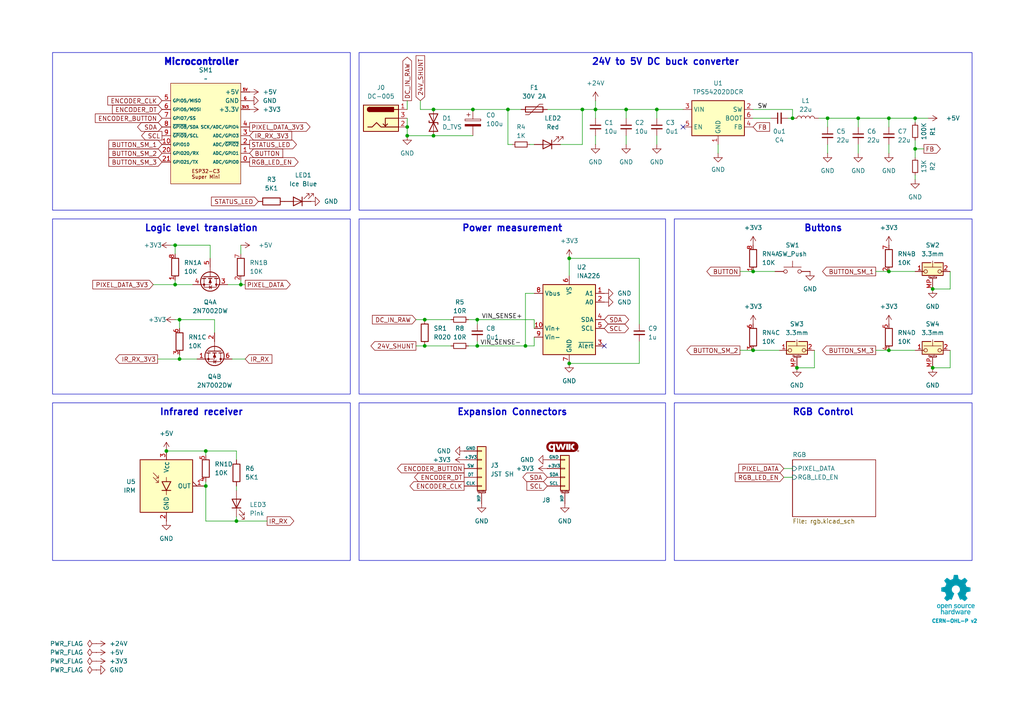
<source format=kicad_sch>
(kicad_sch (version 20231120) (generator "eeschema") (generator_version "8.0")
  (paper "A4")
  (title_block (title "ESPHome 24v RGB LED strip driver") (date "2025-03-18") (rev "v3"))
  (lib_symbols
    (symbol "Connector:Barrel_Jack_Switch" (pin_names hide)
      (property "Reference" "J" (at 0 5.334 0))
      (property "Value" "Barrel_Jack_Switch" (at 0 -5.08 0))
      (symbol "Barrel_Jack_Switch_1_1"
        (pin passive line (at 7.62 2.54 180) (length 2.54) (name "~") (number "1"))
        (pin passive line (at 7.62 -2.54 180) (length 2.54) (name "~") (number "2"))
        (pin passive line (at 7.62 0 180) (length 2.54) (name "~") (number "3"))
      )
    )
    (symbol "Device:C_Polarized" (pin_numbers hide) (pin_names (offset 0.254))
      (property "Reference" "C" (at 0.635 2.54 0))
      (property "Value" "C_Polarized" (at 0.635 -2.54 0))
      (symbol "C_Polarized_1_1"
        (pin passive line (at 0 3.81 270) (length 2.794) (name "~") (number "1"))
        (pin passive line (at 0 -3.81 90) (length 2.794) (name "~") (number "2"))
      )
    )
    (symbol "Device:C_Small" (pin_numbers hide) (pin_names (offset 0.254) hide)
      (property "Reference" "C" (at 0.254 1.778 0))
      (property "Value" "C_Small" (at 0.254 -2.032 0))
      (symbol "C_Small_1_1"
        (pin passive line (at 0 2.54 270) (length 2.032) (name "~") (number "1"))
        (pin passive line (at 0 -2.54 90) (length 2.032) (name "~") (number "2"))
      )
    )
    (symbol "Device:D_TVS" (pin_numbers hide) (pin_names (offset 1.016) hide)
      (property "Reference" "D" (at 0 2.54 0))
      (property "Value" "D_TVS" (at 0 -2.54 0))
      (symbol "D_TVS_1_1"
        (pin passive line (at -3.81 0 0) (length 2.54) (name "A1") (number "1"))
        (pin passive line (at 3.81 0 180) (length 2.54) (name "A2") (number "2"))
      )
    )
    (symbol "Device:L" (pin_numbers hide) (pin_names (offset 1.016) hide)
      (property "Reference" "L" (at -1.27 0 90))
      (property "Value" "L" (at 1.905 0 90))
      (symbol "L_1_1"
        (pin passive line (at 0 3.81 270) (length 1.27) (name "1") (number "1"))
        (pin passive line (at 0 -3.81 90) (length 1.27) (name "2") (number "2"))
      )
    )
    (symbol "Device:LED" (pin_numbers hide) (pin_names (offset 1.016) hide)
      (property "Reference" "D" (at 0 2.54 0))
      (property "Value" "LED" (at 0 -2.54 0))
      (symbol "LED_1_1"
        (pin passive line (at -3.81 0 0) (length 2.54) (name "K") (number "1"))
        (pin passive line (at 3.81 0 180) (length 2.54) (name "A") (number "2"))
      )
    )
    (symbol "Device:Polyfuse" (pin_numbers hide) (pin_names (offset 0))
      (property "Reference" "F" (at -2.54 0 90))
      (property "Value" "Polyfuse" (at 2.54 0 90))
      (symbol "Polyfuse_1_1"
        (pin passive line (at 0 3.81 270) (length 1.27) (name "~") (number "1"))
        (pin passive line (at 0 -3.81 90) (length 1.27) (name "~") (number "2"))
      )
    )
    (symbol "Device:R" (pin_numbers hide) (pin_names (offset 0))
      (property "Reference" "R" (at 2.032 0 90))
      (property "Value" "R" (at 0 0 90))
      (symbol "R_1_1"
        (pin passive line (at 0 3.81 270) (length 1.27) (name "~") (number "1"))
        (pin passive line (at 0 -3.81 90) (length 1.27) (name "~") (number "2"))
      )
    )
    (symbol "Device:R_Pack04_Split" (pin_names (offset 0) hide)
      (property "Reference" "RN" (at 2.032 0 90))
      (property "Value" "R_Pack04_Split" (at 0 0 90))
      (symbol "R_Pack04_Split_1_1"
        (pin passive line (at 0 -3.81 90) (length 1.27) (name "R1.1") (number "1"))
        (pin passive line (at 0 3.81 270) (length 1.27) (name "R1.2") (number "8"))
      )
      (symbol "R_Pack04_Split_2_1"
        (pin passive line (at 0 -3.81 90) (length 1.27) (name "R2.1") (number "2"))
        (pin passive line (at 0 3.81 270) (length 1.27) (name "R2.2") (number "7"))
      )
      (symbol "R_Pack04_Split_3_1"
        (pin passive line (at 0 -3.81 90) (length 1.27) (name "R3.1") (number "3"))
        (pin passive line (at 0 3.81 270) (length 1.27) (name "R3.2") (number "6"))
      )
      (symbol "R_Pack04_Split_4_1"
        (pin passive line (at 0 -3.81 90) (length 1.27) (name "R4.1") (number "4"))
        (pin passive line (at 0 3.81 270) (length 1.27) (name "R4.2") (number "5"))
      )
    )
    (symbol "Device:R_Small" (pin_numbers hide) (pin_names (offset 0.254) hide)
      (property "Reference" "R" (at 0.762 0.508 0))
      (property "Value" "R_Small" (at 0.762 -1.016 0))
      (symbol "R_Small_1_1"
        (pin passive line (at 0 2.54 270) (length 0.762) (name "~") (number "1"))
        (pin passive line (at 0 -2.54 90) (length 0.762) (name "~") (number "2"))
      )
    )
    (symbol "Sensor_Energy:INA226"
      (property "Reference" "U" (at -6.35 11.43 0))
      (property "Value" "INA226" (at 3.81 11.43 0))
      (symbol "INA226_1_1"
        (pin input line (at 10.16 7.62 180) (length 2.54) (name "A1") (number "1"))
        (pin input line (at -10.16 -2.54 0) (length 2.54) (name "Vin+") (number "10"))
        (pin input line (at 10.16 5.08 180) (length 2.54) (name "A0") (number "2"))
        (pin open_collector line (at 10.16 -7.62 180) (length 2.54) (name "~{Alert}") (number "3"))
        (pin bidirectional line (at 10.16 0 180) (length 2.54) (name "SDA") (number "4"))
        (pin input line (at 10.16 -2.54 180) (length 2.54) (name "SCL") (number "5"))
        (pin power_in line (at 0 12.7 270) (length 2.54) (name "VS") (number "6"))
        (pin power_in line (at 0 -12.7 90) (length 2.54) (name "GND") (number "7"))
        (pin input line (at -10.16 7.62 0) (length 2.54) (name "Vbus") (number "8"))
        (pin input line (at -10.16 -5.08 0) (length 2.54) (name "Vin-") (number "9"))
      )
    )
    (symbol "Switch:SW_Push" (pin_numbers hide) (pin_names (offset 1.016) hide)
      (property "Reference" "SW" (at 1.27 2.54 0))
      (property "Value" "SW_Push" (at 0 -1.524 0))
      (symbol "SW_Push_0_1"
        (pin passive line (at -5.08 0 0) (length 2.54) (name "1") (number "1"))
        (pin passive line (at 5.08 0 180) (length 2.54) (name "2") (number "2"))
      )
    )
    (symbol "TPS54202DDCR_1"
      (property "Reference" "U" (at -7.62 6.35 0))
      (property "Value" "TPS54202DDCR" (at -2.54 6.35 0))
      (symbol "TPS54202DDCR_1_1_1"
        (pin power_in line (at 0 -7.62 90) (length 2.54) (name "GND") (number "1"))
        (pin output line (at 10.16 2.54 180) (length 2.54) (name "SW") (number "2"))
        (pin power_in line (at -10.16 2.54 0) (length 2.54) (name "VIN") (number "3"))
        (pin input line (at 10.16 -2.54 180) (length 2.54) (name "FB") (number "4"))
        (pin input line (at -10.16 -2.54 0) (length 2.54) (name "EN") (number "5"))
        (pin passive line (at 10.16 0 180) (length 2.54) (name "BOOT") (number "6"))
      )
    )
    (symbol "connector:JST_SH_01x05_RotaryEncoder" (pin_numbers hide) (pin_names (offset 0))
      (property "Reference" "J" (at 0 7.62 0))
      (property "Value" "JST SH" (at 1.27 -7.62 0))
      (symbol "JST_SH_01x05_RotaryEncoder_1_1"
        (text "Mounting" (at 0 -6.731 0) (effects (font (size 0.381 0.381))))
        (pin passive line (at -5.08 5.08 0) (length 3.81) (name "GND") (number "1"))
        (pin passive line (at -5.08 2.54 0) (length 3.81) (name "+3V3") (number "2"))
        (pin passive line (at -5.08 0 0) (length 3.81) (name "SW") (number "3"))
        (pin passive line (at -5.08 -2.54 0) (length 3.81) (name "DT") (number "4"))
        (pin passive line (at -5.08 -5.08 0) (length 3.81) (name "CLK") (number "5"))
        (pin passive line (at 0 -10.16 90) (length 3.048) (name "MP") (number "MP"))
      )
    )
    (symbol "connector:Qwiic" (pin_numbers hide) (pin_names (offset 0))
      (property "Reference" "J" (at 2.54 0 0))
      (symbol "Qwiic_1_1"
        (text "Mounting" (at 0 -6.731 0) (effects (font (size 0.381 0.381))))
        (pin passive line (at -5.08 2.54 0) (length 3.81) (name "GND") (number "1"))
        (pin passive line (at -5.08 0 0) (length 3.81) (name "+3V3") (number "2"))
        (pin passive line (at -5.08 -2.54 0) (length 3.81) (name "SDA") (number "3"))
        (pin passive line (at -5.08 -5.08 0) (length 3.81) (name "SCL") (number "4"))
        (pin passive line (at 0 -10.16 90) (length 3.048) (name "MP") (number "MP"))
      )
    )
    (symbol "discrete:2N7002DW" (pin_names hide)
      (property "Reference" "Q" (at 5.08 1.905 0))
      (property "Value" "2N7002DW" (at 5.08 0 0))
      (symbol "2N7002DW_1_1"
        (pin passive line (at 2.54 5.08 270) (length 2.54) (name "D") (number "3"))
        (pin passive line (at 2.54 -5.08 90) (length 2.54) (name "S") (number "4"))
        (pin input line (at -5.08 0 0) (length 2.54) (name "G") (number "5"))
      )
      (symbol "2N7002DW_2_1"
        (pin passive line (at 2.54 -5.08 90) (length 2.54) (name "S") (number "1"))
        (pin input line (at -5.08 0 0) (length 2.54) (name "G") (number "2"))
        (pin passive line (at 2.54 5.08 270) (length 2.54) (name "D") (number "6"))
      )
    )
    (symbol "discrete:Infrared-Receiver-Module"
      (property "Reference" "U" (at 2.54 12.7 0))
      (property "Value" "IRM" (at 2.54 10.16 0))
      (symbol "Infrared-Receiver-Module_1_1"
        (pin output output_low (at 11.43 0 180) (length 3.81) (name "OUT") (number "1"))
        (pin power_in line (at 0 -10.16 90) (length 2.54) (name "GND") (number "2"))
        (pin power_in line (at 0 10.16 270) (length 2.54) (name "V_{CC}") (number "3"))
      )
    )
    (symbol "electromechanical:SW_Push_MountingPin" (pin_names (offset 1.016) hide)
      (property "Reference" "SW" (at 4.318 2.032 0))
      (property "Value" "SW_Push_MountingPin" (at 0 4.572 0))
      (symbol "SW_Push_MountingPin_0_1"
        (pin passive line (at -5.08 0 0) (length 2.54) (name "1") (number "1"))
        (pin passive line (at 5.08 0 180) (length 2.54) (name "2") (number "2"))
      )
      (symbol "SW_Push_MountingPin_1_1"
        (text "Mounting" (at 0 -1.651 0) (effects (font (size 0.381 0.381))))
        (pin passive line (at 0 -5.08 90) (length 3.048) (name "MountPin") (number "MP"))
      )
    )
    (symbol "module:ESP32-C3-Super-Mini"
      (property "Reference" "SM" (at 0 18.288 0))
      (symbol "ESP32-C3-Super-Mini_1_1"
        (text_box "ESP32-C3\nSuper Mini" (at -7.62 -10.16 0) (size 15.24 -5.08) (stroke (width -0.0001)) (effects (font (size 1.016 1.016)) (justify top)))
        (pin passive line (at 12.7 -8.89 180) (length 2.54) (name "ADC/GPIO0") (number "0"))
        (pin passive line (at 12.7 -6.35 180) (length 2.54) (name "ADC/GPIO1") (number "1"))
        (pin passive line (at -12.7 -3.81 0) (length 2.54) (name "GPIO10") (number "10"))
        (pin passive line (at 12.7 -3.81 180) (length 2.54) (name "ADC/~{GPIO2}") (number "2"))
        (pin passive line (at -12.7 -6.35 0) (length 2.54) (name "GPIO20/RX") (number "20"))
        (pin passive line (at -12.7 -8.89 0) (length 2.54) (name "GPIO21/TX") (number "21"))
        (pin passive line (at 12.7 -1.27 180) (length 2.54) (name "ADC/GPIO3") (number "3"))
        (pin power_in line (at 12.7 6.35 180) (length 2.54) (name "+3.3V") (number "3V3"))
        (pin passive line (at 12.7 1.27 180) (length 2.54) (name "SCK/ADC/GPIO4") (number "4"))
        (pin passive line (at -12.7 8.89 0) (length 2.54) (name "GPIO5/MISO") (number "5"))
        (pin power_in line (at 12.7 11.43 180) (length 2.54) (name "+5V") (number "5V"))
        (pin passive line (at -12.7 6.35 0) (length 2.54) (name "GPIO6/MOSI") (number "6"))
        (pin passive line (at -12.7 3.81 0) (length 2.54) (name "GPIO7/SS") (number "7"))
        (pin passive line (at -12.7 1.27 0) (length 2.54) (name "~{GPIO8}/SDA") (number "8"))
        (pin passive line (at -12.7 -1.27 0) (length 2.54) (name "~{GPIO9}/SCL") (number "9"))
        (pin power_in line (at 12.7 8.89 180) (length 2.54) (name "GND") (number "G"))
      )
    )
    (symbol "power:+3V3" (power) (pin_numbers hide) (pin_names (offset 0) hide)
      (property "Value" "+3V3" (at 0 3.556 0))
      (symbol "+3V3_1_1"
        (pin power_in line (at 0 0 90) (length 0) (name "~") (number "1"))
      )
    )
    (symbol "power:+5V" (power) (pin_numbers hide) (pin_names (offset 0) hide)
      (property "Value" "+5V" (at 0 3.556 0))
      (symbol "+5V_1_1"
        (pin power_in line (at 0 0 90) (length 0) (name "~") (number "1"))
      )
    )
    (symbol "power:GND" (power) (pin_numbers hide) (pin_names (offset 0) hide)
      (property "Value" "GND" (at 0 -3.81 0))
      (symbol "GND_1_1"
        (pin power_in line (at 0 0 270) (length 0) (name "~") (number "1"))
      )
    )
    (symbol "power:PWR_FLAG" (power) (pin_numbers hide) (pin_names (offset 0) hide)
      (property "Value" "PWR_FLAG" (at 0 3.81 0))
      (symbol "PWR_FLAG_0_0"
        (pin power_out line (at 0 0 90) (length 0) (name "~") (number "1"))
      )
    )
    (symbol "power:VCC" (power) (pin_numbers hide) (pin_names (offset 0) hide)
      (property "Value" "VCC" (at 0 3.556 0))
      (symbol "VCC_1_1"
        (pin power_in line (at 0 0 90) (length 0) (name "~") (number "1"))
      )
    )
  )
  (junction (at 257.81 78.74))
  (junction (at 118.11 39.37))
  (junction (at 229.87 34.29))
  (junction (at 138.43 92.71))
  (junction (at 265.43 34.29))
  (junction (at 231.14 106.68))
  (junction (at 137.16 31.75))
  (junction (at 172.72 31.75))
  (junction (at 152.4 100.33))
  (junction (at 165.1 105.41))
  (junction (at 123.19 100.33))
  (junction (at 218.44 78.74))
  (junction (at 168.91 31.75))
  (junction (at 270.51 106.68))
  (junction (at 147.32 31.75))
  (junction (at 240.03 34.29))
  (junction (at 125.73 39.37))
  (junction (at 52.07 92.71))
  (junction (at 257.81 34.29))
  (junction (at 190.5 31.75))
  (junction (at 248.92 34.29))
  (junction (at 59.69 140.97))
  (junction (at 181.61 31.75))
  (junction (at 218.44 101.6))
  (junction (at 50.8 71.12))
  (junction (at 165.1 74.93))
  (junction (at 125.73 31.75))
  (junction (at 69.85 82.55))
  (junction (at 48.26 130.81))
  (junction (at 138.43 100.33))
  (junction (at 52.07 104.14))
  (junction (at 270.51 83.82))
  (junction (at 118.11 36.83))
  (junction (at 59.69 130.81))
  (junction (at 265.43 43.18))
  (junction (at 50.8 82.55))
  (junction (at 68.58 151.13))
  (junction (at 123.19 92.71))
  (junction (at 257.81 101.6))
  (no_connect (at 175.26 100.33))
  (no_connect (at 198.12 36.83))
  (wire (pts (xy 135.89 92.71) (xy 138.43 92.71)))
  (wire (pts (xy 69.85 82.55) (xy 71.12 82.55)))
  (wire (pts (xy 172.72 41.91) (xy 172.72 39.37)))
  (wire (pts (xy 218.44 31.75) (xy 229.87 31.75)))
  (wire (pts (xy 275.59 83.82) (xy 270.51 83.82)))
  (wire (pts (xy 120.65 92.71) (xy 123.19 92.71)))
  (wire (pts (xy 229.87 31.75) (xy 229.87 34.29)))
  (wire (pts (xy 257.81 101.6) (xy 265.43 101.6)))
  (wire (pts (xy 49.53 71.12) (xy 50.8 71.12)))
  (wire (pts (xy 154.94 97.79) (xy 154.94 100.33)))
  (wire (pts (xy 120.65 100.33) (xy 123.19 100.33)))
  (wire (pts (xy 138.43 100.33) (xy 152.4 100.33)))
  (wire (pts (xy 123.19 92.71) (xy 130.81 92.71)))
  (wire (pts (xy 59.69 140.97) (xy 59.69 151.13)))
  (wire (pts (xy 52.07 102.87) (xy 52.07 104.14)))
  (wire (pts (xy 125.73 31.75) (xy 137.16 31.75)))
  (wire (pts (xy 248.92 34.29) (xy 257.81 34.29)))
  (wire (pts (xy 154.94 85.09) (xy 152.4 85.09)))
  (wire (pts (xy 125.73 31.75) (xy 121.92 31.75)))
  (wire (pts (xy 158.75 31.75) (xy 168.91 31.75)))
  (wire (pts (xy 265.43 34.29) (xy 269.24 34.29)))
  (wire (pts (xy 69.85 81.28) (xy 69.85 82.55)))
  (wire (pts (xy 118.11 39.37) (xy 125.73 39.37)))
  (wire (pts (xy 254 101.6) (xy 257.81 101.6)))
  (wire (pts (xy 152.4 85.09) (xy 152.4 100.33)))
  (wire (pts (xy 168.91 41.91) (xy 168.91 31.75)))
  (wire (pts (xy 240.03 34.29) (xy 248.92 34.29)))
  (wire (pts (xy 214.63 101.6) (xy 218.44 101.6)))
  (wire (pts (xy 236.22 106.68) (xy 231.14 106.68)))
  (wire (pts (xy 68.58 151.13) (xy 77.47 151.13)))
  (wire (pts (xy 257.81 41.91) (xy 257.81 44.45)))
  (wire (pts (xy 125.73 39.37) (xy 137.16 39.37)))
  (wire (pts (xy 66.04 82.55) (xy 69.85 82.55)))
  (wire (pts (xy 236.22 101.6) (xy 236.22 106.68)))
  (wire (pts (xy 248.92 44.45) (xy 248.92 41.91)))
  (wire (pts (xy 254 78.74) (xy 257.81 78.74)))
  (wire (pts (xy 138.43 92.71) (xy 138.43 93.98)))
  (wire (pts (xy 218.44 78.74) (xy 224.79 78.74)))
  (wire (pts (xy 214.63 78.74) (xy 218.44 78.74)))
  (wire (pts (xy 121.92 29.21) (xy 121.92 31.75)))
  (wire (pts (xy 68.58 130.81) (xy 59.69 130.81)))
  (wire (pts (xy 148.59 41.91) (xy 147.32 41.91)))
  (wire (pts (xy 190.5 31.75) (xy 198.12 31.75)))
  (wire (pts (xy 50.8 82.55) (xy 55.88 82.55)))
  (wire (pts (xy 275.59 78.74) (xy 275.59 83.82)))
  (wire (pts (xy 190.5 41.91) (xy 190.5 39.37)))
  (wire (pts (xy 265.43 52.07) (xy 265.43 50.8)))
  (wire (pts (xy 60.96 74.93) (xy 60.96 71.12)))
  (wire (pts (xy 138.43 100.33) (xy 138.43 99.06)))
  (wire (pts (xy 257.81 34.29) (xy 265.43 34.29)))
  (wire (pts (xy 147.32 31.75) (xy 151.13 31.75)))
  (wire (pts (xy 275.59 101.6) (xy 275.59 106.68)))
  (wire (pts (xy 208.28 44.45) (xy 208.28 41.91)))
  (wire (pts (xy 50.8 71.12) (xy 50.8 73.66)))
  (wire (pts (xy 218.44 34.29) (xy 223.52 34.29)))
  (wire (pts (xy 172.72 29.21) (xy 172.72 31.75)))
  (wire (pts (xy 52.07 92.71) (xy 62.23 92.71)))
  (wire (pts (xy 227.33 135.89) (xy 229.87 135.89)))
  (wire (pts (xy 68.58 140.97) (xy 68.58 142.24)))
  (wire (pts (xy 228.6 34.29) (xy 229.87 34.29)))
  (wire (pts (xy 162.56 41.91) (xy 168.91 41.91)))
  (wire (pts (xy 168.91 31.75) (xy 172.72 31.75)))
  (wire (pts (xy 59.69 132.08) (xy 59.69 130.81)))
  (wire (pts (xy 154.94 95.25) (xy 154.94 92.71)))
  (wire (pts (xy 257.81 78.74) (xy 265.43 78.74)))
  (wire (pts (xy 137.16 31.75) (xy 147.32 31.75)))
  (wire (pts (xy 172.72 31.75) (xy 181.61 31.75)))
  (wire (pts (xy 218.44 101.6) (xy 226.06 101.6)))
  (wire (pts (xy 52.07 104.14) (xy 57.15 104.14)))
  (wire (pts (xy 154.94 92.71) (xy 138.43 92.71)))
  (wire (pts (xy 62.23 96.52) (xy 62.23 92.71)))
  (wire (pts (xy 50.8 71.12) (xy 60.96 71.12)))
  (wire (pts (xy 69.85 71.12) (xy 69.85 73.66)))
  (wire (pts (xy 50.8 92.71) (xy 52.07 92.71)))
  (wire (pts (xy 265.43 34.29) (xy 265.43 35.56)))
  (wire (pts (xy 48.26 130.81) (xy 59.69 130.81)))
  (wire (pts (xy 265.43 40.64) (xy 265.43 43.18)))
  (wire (pts (xy 147.32 41.91) (xy 147.32 31.75)))
  (wire (pts (xy 172.72 34.29) (xy 172.72 31.75)))
  (wire (pts (xy 152.4 100.33) (xy 154.94 100.33)))
  (wire (pts (xy 135.89 100.33) (xy 138.43 100.33)))
  (wire (pts (xy 185.42 74.93) (xy 165.1 74.93)))
  (wire (pts (xy 67.31 104.14) (xy 71.12 104.14)))
  (wire (pts (xy 68.58 130.81) (xy 68.58 133.35)))
  (wire (pts (xy 68.58 151.13) (xy 59.69 151.13)))
  (wire (pts (xy 181.61 34.29) (xy 181.61 31.75)))
  (wire (pts (xy 52.07 92.71) (xy 52.07 95.25)))
  (wire (pts (xy 190.5 34.29) (xy 190.5 31.75)))
  (wire (pts (xy 275.59 106.68) (xy 270.51 106.68)))
  (wire (pts (xy 185.42 93.98) (xy 185.42 74.93)))
  (wire (pts (xy 265.43 43.18) (xy 265.43 45.72)))
  (wire (pts (xy 165.1 105.41) (xy 185.42 105.41)))
  (wire (pts (xy 240.03 34.29) (xy 240.03 36.83)))
  (wire (pts (xy 237.49 34.29) (xy 240.03 34.29)))
  (wire (pts (xy 185.42 99.06) (xy 185.42 105.41)))
  (wire (pts (xy 59.69 139.7) (xy 59.69 140.97)))
  (wire (pts (xy 181.61 41.91) (xy 181.61 39.37)))
  (wire (pts (xy 227.33 138.43) (xy 229.87 138.43)))
  (wire (pts (xy 123.19 100.33) (xy 130.81 100.33)))
  (wire (pts (xy 165.1 74.93) (xy 165.1 80.01)))
  (wire (pts (xy 240.03 44.45) (xy 240.03 41.91)))
  (wire (pts (xy 45.72 104.14) (xy 52.07 104.14)))
  (wire (pts (xy 44.45 82.55) (xy 50.8 82.55)))
  (wire (pts (xy 257.81 34.29) (xy 257.81 36.83)))
  (wire (pts (xy 50.8 81.28) (xy 50.8 82.55)))
  (wire (pts (xy 118.11 34.29) (xy 118.11 36.83)))
  (wire (pts (xy 153.67 41.91) (xy 154.94 41.91)))
  (wire (pts (xy 265.43 43.18) (xy 267.97 43.18)))
  (wire (pts (xy 248.92 36.83) (xy 248.92 34.29)))
  (wire (pts (xy 68.58 149.86) (xy 68.58 151.13)))
  (wire (pts (xy 118.11 29.21) (xy 118.11 31.75)))
  (wire (pts (xy 181.61 31.75) (xy 190.5 31.75)))
  (wire (pts (xy 118.11 39.37) (xy 118.11 36.83)))
  (image (at 277.241 172.466) (scale 0.1691))
  (text_box "Power measurement" (at 104.14 63.5 0) (size 88.9 50.8) (effects (font (size 1.905 1.905) (thickness 0.381) (bold yes)) (justify top)))
  (text_box "Logic level translation" (at 15.24 63.5 0) (size 86.36 50.8) (effects (font (size 1.905 1.905) (thickness 0.381) (bold yes)) (justify top)))
  (text_box "24V to 5V DC buck converter" (at 104.14 15.24 0) (size 177.8 45.72) (effects (font (size 1.905 1.905) (thickness 0.381) (bold yes)) (justify top)))
  (text_box "Infrared receiver" (at 15.24 116.84 0) (size 86.36 45.72) (effects (font (size 1.905 1.905) (thickness 0.381) (bold yes)) (justify top)))
  (text_box "Expansion Connectors" (at 104.14 116.84 0) (size 88.9 45.72) (effects (font (size 1.905 1.905) (thickness 0.381) (bold yes)) (justify top)))
  (text_box "RGB Control" (at 195.58 116.84 0) (size 86.36 45.72) (effects (font (size 1.905 1.905) (thickness 0.381) (bold yes)) (justify top)))
  (text_box "Microcontroller" (at 15.24 15.24 0) (size 86.36 45.72) (effects (font (size 1.905 1.905) (thickness 0.508) (bold yes)) (justify top)))
  (text_box "Buttons" (at 195.58 63.5 0) (size 86.36 50.8) (effects (font (size 1.905 1.905) (thickness 0.381) (bold yes)) (justify top)))
  (text "CERN-OHL-P v2" (at 276.86 180.34 0) (effects (font (size 1.016 1.016) (thickness 0.4) (bold yes))))
  (label "VIN_SENSE-" (at 151.13 100.33 180))
  (label "SW" (at 219.71 31.75 0))
  (label "VIN_SENSE+" (at 139.7 92.71 0))
  (global_label "RGB_LED_EN" (shape output) (at 72.39 46.99 0) (property "Intersheetrefs" "${INTERSHEET_REFS}" (effects (hide yes))))
  (global_label "PIXEL_DATA" (shape input) (at 227.33 135.89 180) (property "Intersheetrefs" "${INTERSHEET_REFS}" (effects (hide yes))))
  (global_label "IR_RX" (shape output) (at 77.47 151.13 0) (property "Intersheetrefs" "${INTERSHEET_REFS}" (effects (hide yes))))
  (global_label "DC_IN_RAW" (shape output) (at 118.11 29.21 90) (property "Intersheetrefs" "${INTERSHEET_REFS}" (effects (hide yes))))
  (global_label "SDA" (shape bidirectional) (at 158.75 138.43 180) (property "Intersheetrefs" "${INTERSHEET_REFS}" (effects (hide yes))))
  (global_label "BUTTON_SM_1" (shape output) (at 254 78.74 180) (property "Intersheetrefs" "${INTERSHEET_REFS}" (effects (hide yes))))
  (global_label "SCL" (shape output) (at 46.99 39.37 180) (property "Intersheetrefs" "${INTERSHEET_REFS}" (effects (hide yes))))
  (global_label "BUTTON_SM_2" (shape output) (at 214.63 101.6 180) (property "Intersheetrefs" "${INTERSHEET_REFS}" (effects (hide yes))))
  (global_label "PIXEL_DATA_3V3" (shape input) (at 44.45 82.55 180) (property "Intersheetrefs" "${INTERSHEET_REFS}" (effects (hide yes))))
  (global_label "DC_IN_RAW" (shape input) (at 120.65 92.71 180) (property "Intersheetrefs" "${INTERSHEET_REFS}" (effects (hide yes))))
  (global_label "IR_RX_3V3" (shape output) (at 45.72 104.14 180) (property "Intersheetrefs" "${INTERSHEET_REFS}" (effects (hide yes))))
  (global_label "ENCODER_CLK" (shape output) (at 134.62 140.97 180) (property "Intersheetrefs" "${INTERSHEET_REFS}" (effects (hide yes))))
  (global_label "ENCODER_BUTTON" (shape input) (at 46.99 34.29 180) (property "Intersheetrefs" "${INTERSHEET_REFS}" (effects (hide yes))))
  (global_label "IR_RX" (shape input) (at 71.12 104.14 0) (property "Intersheetrefs" "${INTERSHEET_REFS}" (effects (hide yes))))
  (global_label "BUTTON_SM_3" (shape output) (at 254 101.6 180) (property "Intersheetrefs" "${INTERSHEET_REFS}" (effects (hide yes))))
  (global_label "24V_SHUNT" (shape input) (at 121.92 29.21 90) (property "Intersheetrefs" "${INTERSHEET_REFS}" (effects (hide yes))))
  (global_label "ENCODER_CLK" (shape input) (at 46.99 29.21 180) (property "Intersheetrefs" "${INTERSHEET_REFS}" (effects (hide yes))))
  (global_label "PIXEL_DATA" (shape output) (at 71.12 82.55 0) (property "Intersheetrefs" "${INTERSHEET_REFS}" (effects (hide yes))))
  (global_label "24V_SHUNT" (shape output) (at 120.65 100.33 180) (property "Intersheetrefs" "${INTERSHEET_REFS}" (effects (hide yes))))
  (global_label "FB" (shape output) (at 267.97 43.18 0) (property "Intersheetrefs" "${INTERSHEET_REFS}" (effects (hide yes))))
  (global_label "BUTTON_SM_3" (shape input) (at 46.99 46.99 180) (property "Intersheetrefs" "${INTERSHEET_REFS}" (effects (hide yes))))
  (global_label "STATUS_LED" (shape output) (at 72.39 41.91 0) (property "Intersheetrefs" "${INTERSHEET_REFS}" (effects (hide yes))))
  (global_label "STATUS_LED" (shape input) (at 74.93 58.42 180) (property "Intersheetrefs" "${INTERSHEET_REFS}" (effects (hide yes))))
  (global_label "RGB_LED_EN" (shape input) (at 227.33 138.43 180) (property "Intersheetrefs" "${INTERSHEET_REFS}" (effects (hide yes))))
  (global_label "IR_RX_3V3" (shape input) (at 72.39 39.37 0) (property "Intersheetrefs" "${INTERSHEET_REFS}" (effects (hide yes))))
  (global_label "SDA" (shape bidirectional) (at 46.99 36.83 180) (property "Intersheetrefs" "${INTERSHEET_REFS}" (effects (hide yes))))
  (global_label "SCL" (shape bidirectional) (at 175.26 95.25 0) (property "Intersheetrefs" "${INTERSHEET_REFS}" (effects (hide yes))))
  (global_label "FB" (shape input) (at 218.44 36.83 0) (property "Intersheetrefs" "${INTERSHEET_REFS}" (effects (hide yes))))
  (global_label "BUTTON_SM_2" (shape input) (at 46.99 44.45 180) (property "Intersheetrefs" "${INTERSHEET_REFS}" (effects (hide yes))))
  (global_label "BUTTON" (shape output) (at 214.63 78.74 180) (property "Intersheetrefs" "${INTERSHEET_REFS}" (effects (hide yes))))
  (global_label "SCL" (shape input) (at 158.75 140.97 180) (property "Intersheetrefs" "${INTERSHEET_REFS}" (effects (hide yes))))
  (global_label "ENCODER_BUTTON" (shape output) (at 134.62 135.89 180) (property "Intersheetrefs" "${INTERSHEET_REFS}" (effects (hide yes))))
  (global_label "ENCODER_DT" (shape output) (at 134.62 138.43 180) (property "Intersheetrefs" "${INTERSHEET_REFS}" (effects (hide yes))))
  (global_label "SDA" (shape bidirectional) (at 175.26 92.71 0) (property "Intersheetrefs" "${INTERSHEET_REFS}" (effects (hide yes))))
  (global_label "BUTTON" (shape input) (at 72.39 44.45 0) (property "Intersheetrefs" "${INTERSHEET_REFS}" (effects (hide yes))))
  (global_label "PIXEL_DATA_3V3" (shape output) (at 72.39 36.83 0) (property "Intersheetrefs" "${INTERSHEET_REFS}" (effects (hide yes))))
  (global_label "ENCODER_DT" (shape input) (at 46.99 31.75 180) (property "Intersheetrefs" "${INTERSHEET_REFS}" (effects (hide yes))))
  (global_label "BUTTON_SM_1" (shape input) (at 46.99 41.91 180) (property "Intersheetrefs" "${INTERSHEET_REFS}" (effects (hide yes))))
  (symbol (lib_id "power:VCC") (at 27.94 191.77 270) (unit 1)
    (property "Reference" "#PWR072" (effects (hide yes)))
    (property "Value" "+3V3" (at 31.75 191.7699 90) (effects (justify left)))
    (property "Description" "Power symbol creates a global label with name \"VCC\"" (effects (hide yes)))
  )
  (symbol (lib_id "power:VCC") (at 27.94 189.23 270) (unit 1)
    (property "Reference" "#PWR071" (effects (hide yes)))
    (property "Value" "+5V" (at 31.75 189.2299 90) (effects (justify left)))
    (property "Description" "Power symbol creates a global label with name \"VCC\"" (effects (hide yes)))
  )
  (symbol (lib_id "power:PWR_FLAG") (at 27.94 189.23 90) (unit 1)
    (property "Reference" "#FLG04" (effects (hide yes)))
    (property "Value" "PWR_FLAG" (at 24.13 189.2299 90) (effects (justify left)))
    (property "Description" "Special symbol for telling ERC where power comes from" (effects (hide yes)))
  )
  (symbol (lib_id "power:GND") (at 231.14 106.68 0) (unit 1)
    (property "Reference" "#PWR034" (effects (hide yes)))
    (property "Value" "GND" (at 231.14 111.76 0))
    (property "Description" "Power symbol creates a global label with name \"GND\" , ground" (effects (hide yes)))
  )
  (symbol (lib_id "Device:R_Pack04_Split") (at 69.85 77.47 0) (unit 2)
    (property "Reference" "RN1" (at 72.39 76.1999 0) (effects (justify left)))
    (property "Value" "10K" (at 72.39 78.7399 0) (effects (justify left)))
    (property "Footprint" "discrete:R_Array_Convex_4x0603" (effects (hide yes)))
    (property "Description" "4 resistor network, parallel topology, split" (effects (hide yes)))
  )
  (symbol (lib_id "Device:Polyfuse") (at 154.94 31.75 90) (unit 1)
    (property "Reference" "F1" (at 154.94 25.4 90))
    (property "Value" "30V 2A" (at 154.94 27.94 90))
    (property "Footprint" "Fuse:Fuse_1812_4532Metric" (effects (hide yes)))
    (property "Description" "Resettable fuse, polymeric positive temperature coefficient" (effects (hide yes)))
    (property "LCSC Part" "C22366122" (effects (hide yes)))
  )
  (symbol (lib_id "power:VCC") (at 158.75 135.89 90) (unit 1)
    (property "Reference" "#PWR066" (effects (hide yes)))
    (property "Value" "+3V3" (at 154.94 135.8899 90) (effects (justify left)))
    (property "Description" "Power symbol creates a global label with name \"VCC\"" (effects (hide yes)))
  )
  (symbol (lib_id "discrete:2N7002DW") (at 62.23 101.6 270) (unit 2)
    (property "Reference" "Q4" (at 62.23 109.22 90))
    (property "Value" "2N7002DW" (at 62.23 111.76 90))
    (property "Footprint" "Package_TO_SOT_SMD:SOT-363_SC-70-6" (effects (hide yes)))
    (property "Datasheet" "https://www.onsemi.com/download/data-sheet/pdf/2n7002dw-d.pdf" (effects (hide yes)))
    (property "Description" "0.115A Id, 60V Vds, Dual N-Channel MOSFET, SOT-23-6" (effects (hide yes)))
    (property "LCSC Part" "C5190214" (effects (hide yes)))
    (property "JLCPCB_CORRECTION" "0; 0; 270" (effects (hide yes)))
  )
  (symbol (lib_id "power:VCC") (at 218.44 93.98 0) (unit 1)
    (property "Reference" "#PWR029" (effects (hide yes)))
    (property "Value" "+3V3" (at 218.44 88.9 0))
    (property "Description" "Power symbol creates a global label with name \"VCC\"" (effects (hide yes)))
  )
  (symbol (lib_id "power:PWR_FLAG") (at 27.94 186.69 90) (unit 1)
    (property "Reference" "#FLG01" (effects (hide yes)))
    (property "Value" "PWR_FLAG" (at 24.13 186.6899 90) (effects (justify left)))
    (property "Description" "Special symbol for telling ERC where power comes from" (effects (hide yes)))
  )
  (symbol (lib_id "power:GND") (at 165.1 105.41 0) (unit 1)
    (property "Reference" "#PWR021" (effects (hide yes)))
    (property "Value" "GND" (at 165.1 110.49 0))
    (property "Description" "Power symbol creates a global label with name \"GND\" , ground" (effects (hide yes)))
  )
  (symbol (lib_id "Device:R_Pack04_Split") (at 257.81 74.93 0) (unit 2)
    (property "Reference" "RN4" (at 260.35 73.6599 0) (effects (justify left)))
    (property "Value" "10K" (at 260.35 76.1999 0) (effects (justify left)))
    (property "Footprint" "discrete:R_Array_Convex_4x0603" (effects (hide yes)))
    (property "Description" "4 resistor network, parallel topology, split" (effects (hide yes)))
    (property "LCSC Part" "C110924" (effects (hide yes)))
  )
  (symbol (lib_id "Device:R_Pack04_Split") (at 218.44 97.79 0) (unit 3)
    (property "Reference" "RN4" (at 220.98 96.5199 0) (effects (justify left)))
    (property "Value" "10K" (at 220.98 99.0599 0) (effects (justify left)))
    (property "Footprint" "discrete:R_Array_Convex_4x0603" (effects (hide yes)))
    (property "Description" "4 resistor network, parallel topology, split" (effects (hide yes)))
    (property "LCSC Part" "C110924" (effects (hide yes)))
  )
  (symbol (lib_id "power:VCC") (at 72.39 31.75 270) (unit 1)
    (property "Reference" "#PWR044" (effects (hide yes)))
    (property "Value" "+3V3" (at 76.2 31.7499 90) (effects (justify left)))
    (property "Description" "Power symbol creates a global label with name \"VCC\"" (effects (hide yes)))
  )
  (symbol (lib_id "power:GND") (at 48.26 151.13 0) (unit 1)
    (property "Reference" "#PWR013" (effects (hide yes)))
    (property "Value" "GND" (at 48.26 156.21 0))
    (property "Description" "Power symbol creates a global label with name \"GND\" , ground" (effects (hide yes)))
  )
  (symbol (lib_id "Device:R_Small") (at 265.43 48.26 0) (mirror x) (unit 1)
    (property "Reference" "R2" (at 270.51 48.26 90))
    (property "Value" "13K" (at 267.97 48.26 90))
    (property "Footprint" "Resistor_SMD:R_0603_1608Metric" (effects (hide yes)))
    (property "Description" "Resistor, small symbol" (effects (hide yes)))
    (property "LCSC Part" "C22797" (effects (hide yes)))
  )
  (symbol (lib_id "Sensor_Energy:INA226") (at 165.1 92.71 0) (unit 1)
    (property "Reference" "U2" (at 167.2941 77.47 0) (effects (justify left)))
    (property "Value" "INA226" (at 167.2941 80.01 0) (effects (justify left)))
    (property "Footprint" "Package_SO:VSSOP-10_3x3mm_P0.5mm" (effects (hide yes)))
    (property "Datasheet" "http://www.ti.com/lit/ds/symlink/ina226.pdf" (effects (hide yes)))
    (property "Description" "High-Side or Low-Side Measurement, Bi-Directional Current and Power Monitor (0-36V) with I2C Compatible Interface, VSSOP-10" (effects (hide yes)))
    (property "LCSC Part" "C49851" (effects (hide yes)))
  )
  (symbol (lib_id "power:GND") (at 172.72 41.91 0) (unit 1)
    (property "Reference" "#PWR031" (effects (hide yes)))
    (property "Value" "GND" (at 172.72 46.99 0))
    (property "Description" "Power symbol creates a global label with name \"GND\" , ground" (effects (hide yes)))
  )
  (symbol (lib_id "Device:C_Small") (at 248.92 39.37 0) (unit 1)
    (property "Reference" "C6" (at 251.46 38.1062 0) (effects (justify left)))
    (property "Value" "22u" (at 251.46 40.6462 0) (effects (justify left)))
    (property "Footprint" "discrete:C_0603_1608Metric" (effects (hide yes)))
    (property "Description" "Unpolarized capacitor, small symbol" (effects (hide yes)))
  )
  (symbol (lib_id "Device:R") (at 68.58 137.16 180) (unit 1)
    (property "Reference" "R6" (at 71.12 135.8899 0) (effects (justify right)))
    (property "Value" "5K1" (at 71.12 138.4299 0) (effects (justify right)))
    (property "Footprint" "Resistor_SMD:R_0402_1005Metric" (effects (hide yes)))
    (property "Description" "Resistor" (effects (hide yes)))
  )
  (symbol (lib_id "power:VCC") (at 257.81 93.98 0) (unit 1)
    (property "Reference" "#PWR039" (effects (hide yes)))
    (property "Value" "+3V3" (at 257.81 88.9 0))
    (property "Description" "Power symbol creates a global label with name \"VCC\"" (effects (hide yes)))
  )
  (symbol (lib_id "power:GND") (at 158.75 133.35 270) (unit 1)
    (property "Reference" "#PWR065" (effects (hide yes)))
    (property "Value" "GND" (at 154.94 133.3499 90) (effects (justify right)))
    (property "Description" "Power symbol creates a global label with name \"GND\" , ground" (effects (hide yes)))
  )
  (symbol (lib_id "Device:C_Small") (at 138.43 96.52 0) (unit 1)
    (property "Reference" "C8" (at 140.97 95.2562 0) (effects (justify left)))
    (property "Value" "0u1" (at 140.97 97.7962 0) (effects (justify left)))
    (property "Footprint" "discrete:C_0402_1005Metric" (effects (hide yes)))
    (property "Description" "Unpolarized capacitor, small symbol" (effects (hide yes)))
    (property "LCSC Part" "C152814" (effects (hide yes)))
  )
  (symbol (lib_id "power:GND") (at 190.5 41.91 0) (unit 1)
    (property "Reference" "#PWR038" (effects (hide yes)))
    (property "Value" "GND" (at 190.5 46.99 0))
    (property "Description" "Power symbol creates a global label with name \"GND\" , ground" (effects (hide yes)))
  )
  (symbol (lib_id "power:VCC") (at 172.72 29.21 0) (unit 1)
    (property "Reference" "#PWR030" (effects (hide yes)))
    (property "Value" "+24V" (at 172.72 24.13 0))
    (property "Description" "Power symbol creates a global label with name \"VCC\"" (effects (hide yes)))
  )
  (symbol (lib_id "power:VCC") (at 134.62 133.35 90) (unit 1)
    (property "Reference" "#PWR056" (effects (hide yes)))
    (property "Value" "+3V3" (at 130.81 133.3499 90) (effects (justify left)))
    (property "Description" "Power symbol creates a global label with name \"VCC\"" (effects (hide yes)))
  )
  (symbol (lib_id "power:GND") (at 90.17 58.42 90) (unit 1)
    (property "Reference" "#PWR063" (effects (hide yes)))
    (property "Value" "GND" (at 93.98 58.4199 90) (effects (justify right)))
    (property "Description" "Power symbol creates a global label with name \"GND\" , ground" (effects (hide yes)))
  )
  (symbol (lib_id "power:GND") (at 139.7 146.05 0) (unit 1)
    (property "Reference" "#PWR059" (effects (hide yes)))
    (property "Value" "GND" (at 139.7 151.13 0))
    (property "Description" "Power symbol creates a global label with name \"GND\" , ground" (effects (hide yes)))
  )
  (symbol (lib_id "power:GND") (at 134.62 130.81 270) (unit 1)
    (property "Reference" "#PWR055" (effects (hide yes)))
    (property "Value" "GND" (at 130.81 130.8099 90) (effects (justify right)))
    (property "Description" "Power symbol creates a global label with name \"GND\" , ground" (effects (hide yes)))
  )
  (symbol (lib_id "power:GND") (at 270.51 106.68 0) (unit 1)
    (property "Reference" "#PWR040" (effects (hide yes)))
    (property "Value" "GND" (at 270.51 111.76 0))
    (property "Description" "Power symbol creates a global label with name \"GND\" , ground" (effects (hide yes)))
  )
  (symbol (lib_id "Device:C_Small") (at 185.42 96.52 0) (unit 1)
    (property "Reference" "C9" (at 187.96 95.2562 0) (effects (justify left)))
    (property "Value" "1u" (at 187.96 97.7962 0) (effects (justify left)))
    (property "Footprint" "discrete:C_0402_1005Metric" (effects (hide yes)))
    (property "Description" "Unpolarized capacitor, small symbol" (effects (hide yes)))
  )
  (symbol (lib_id "power:GND") (at 270.51 83.82 0) (unit 1)
    (property "Reference" "#PWR028" (effects (hide yes)))
    (property "Value" "GND" (at 270.51 88.9 0))
    (property "Description" "Power symbol creates a global label with name \"GND\" , ground" (effects (hide yes)))
  )
  (symbol (lib_id "Switch:SW_Push") (at 229.87 78.74 0) (unit 1)
    (property "Reference" "SW1" (at 229.87 71.12 0))
    (property "Value" "SW_Push" (at 229.87 73.66 0))
    (property "Footprint" "Button_Switch_SMD:SW_SPST_PTS647_Sx50" (effects (hide yes)))
    (property "Description" "Push button switch, generic, two pins" (effects (hide yes)))
    (property "LCSC Part" "C22459537" (effects (hide yes)))
  )
  (symbol (lib_id "discrete:2N7002DW") (at 60.96 80.01 270) (unit 1)
    (property "Reference" "Q4" (at 60.96 87.63 90))
    (property "Value" "2N7002DW" (at 60.96 90.17 90))
    (property "Footprint" "Package_TO_SOT_SMD:SOT-363_SC-70-6" (effects (hide yes)))
    (property "Datasheet" "https://www.onsemi.com/download/data-sheet/pdf/2n7002dw-d.pdf" (effects (hide yes)))
    (property "Description" "0.115A Id, 60V Vds, Dual N-Channel MOSFET, SOT-23-6" (effects (hide yes)))
    (property "LCSC Part" "C5190214" (effects (hide yes)))
    (property "JLCPCB_CORRECTION" "0; 0; 270" (effects (hide yes)))
  )
  (symbol (lib_id "power:PWR_FLAG") (at 27.94 194.31 90) (unit 1)
    (property "Reference" "#FLG06" (effects (hide yes)))
    (property "Value" "PWR_FLAG" (at 24.13 194.3099 90) (effects (justify left)))
    (property "Description" "Special symbol for telling ERC where power comes from" (effects (hide yes)))
  )
  (symbol (lib_id "Device:LED") (at 86.36 58.42 180) (unit 1)
    (property "Reference" "LED1" (at 87.9475 50.8 0))
    (property "Value" "Ice Blue" (at 87.9475 53.34 0))
    (property "Footprint" "discrete:LED_0603_1608Metric" (effects (hide yes)))
    (property "Description" "Light emitting diode" (effects (hide yes)))
  )
  (symbol (lib_id "Device:L") (at 233.68 34.29 90) (unit 1)
    (property "Reference" "L1" (at 233.68 29.21 90))
    (property "Value" "22u" (at 233.68 31.75 90))
    (property "Footprint" "discrete:L_1008_2520Metric" (effects (hide yes)))
    (property "Description" "Inductor" (effects (hide yes)))
  )
  (symbol (lib_id "power:GND") (at 240.03 44.45 0) (unit 1)
    (property "Reference" "#PWR053" (effects (hide yes)))
    (property "Value" "GND" (at 240.03 49.53 0))
    (property "Description" "Power symbol creates a global label with name \"GND\" , ground" (effects (hide yes)))
  )
  (symbol (lib_id "Device:LED") (at 158.75 41.91 180) (unit 1)
    (property "Reference" "LED2" (at 160.3375 34.29 0))
    (property "Value" "Red" (at 160.3375 36.83 0))
    (property "Footprint" "discrete:LED_0402_1005Metric" (effects (hide yes)))
    (property "Description" "Light emitting diode" (effects (hide yes)))
  )
  (symbol (lib_id "Device:LED") (at 68.58 146.05 90) (unit 1)
    (property "Reference" "LED3" (at 72.39 146.3674 90) (effects (justify right)))
    (property "Value" "Pink" (at 72.39 148.9074 90) (effects (justify right)))
    (property "Footprint" "discrete:LED_0402_1005Metric" (effects (hide yes)))
    (property "Description" "Light emitting diode" (effects (hide yes)))
  )
  (symbol (lib_id "power:GND") (at 27.94 194.31 90) (unit 1)
    (property "Reference" "#PWR073" (effects (hide yes)))
    (property "Value" "GND" (at 31.75 194.3099 90) (effects (justify right)))
    (property "Description" "Power symbol creates a global label with name \"GND\" , ground" (effects (hide yes)))
  )
  (symbol (lib_id "connector:Qwiic") (at 163.83 135.89 0) (unit 1)
    (property "Reference" "J8" (at 157.226 145.034 0) (effects (justify left)))
    (property "Value" "Qwiic" (effects (hide yes)))
    (property "Footprint" "connector:Qwiic-SMD-horizontal-logo" (effects (hide yes)))
    (property "Datasheet" "https://www.sparkfun.com/qwiic" (effects (hide yes)))
    (property "Description" "Qwiic connector, JST SH 1.0mm 1x04" (effects (hide yes)))
    (property "LCSC Part" "C19270571" (effects (hide yes)))
  )
  (symbol (lib_id "power:GND") (at 163.83 146.05 0) (unit 1)
    (property "Reference" "#PWR069" (effects (hide yes)))
    (property "Value" "GND" (at 163.83 151.13 0))
    (property "Description" "Power symbol creates a global label with name \"GND\" , ground" (effects (hide yes)))
  )
  (symbol (lib_id "module:ESP32-C3-Super-Mini") (at 59.69 38.1 0) (unit 1)
    (property "Reference" "SM1" (at 59.69 20.32 0))
    (property "Value" "~" (at 59.69 22.86 0))
    (property "Footprint" "module:ESP32-C3-Super-Mini-Castellated-SMD-only" (effects (hide yes)))
  )
  (symbol (lib_id "power:VCC") (at 218.44 71.12 0) (unit 1)
    (property "Reference" "#PWR025" (effects (hide yes)))
    (property "Value" "+3V3" (at 218.44 66.04 0))
    (property "Description" "Power symbol creates a global label with name \"VCC\"" (effects (hide yes)))
  )
  (symbol (lib_id "connector:JST_SH_01x05_RotaryEncoder") (at 139.7 135.89 0) (unit 1)
    (property "Reference" "J3" (at 142.24 134.9755 0) (effects (justify left)))
    (property "Value" "JST SH" (at 142.24 137.5155 0) (effects (justify left)))
    (property "Footprint" "connector:JST_SH_SM05B-SRSS-TB_1x05-1MP_P1.00mm_Horizontal" (effects (hide yes)))
    (property "Description" "JST SH connector for rotary encoder" (effects (hide yes)))
    (property "LCSC Part" "C7433426" (effects (hide yes)))
  )
  (symbol (lib_id "Device:C_Small") (at 181.61 36.83 0) (unit 1)
    (property "Reference" "C2" (at 184.15 35.5662 0) (effects (justify left)))
    (property "Value" "10u" (at 184.15 38.1062 0) (effects (justify left)))
    (property "Footprint" "discrete:C_0603_1608Metric" (effects (hide yes)))
    (property "Description" "Unpolarized capacitor, small symbol" (effects (hide yes)))
  )
  (symbol (lib_id "power:VCC") (at 72.39 26.67 270) (unit 1)
    (property "Reference" "#PWR042" (effects (hide yes)))
    (property "Value" "+5V" (at 76.2 26.6699 90) (effects (justify left)))
    (property "Description" "Power symbol creates a global label with name \"VCC\"" (effects (hide yes)))
  )
  (symbol (lib_id "Device:C_Small") (at 172.72 36.83 0) (unit 1)
    (property "Reference" "C1" (at 175.26 35.5662 0) (effects (justify left)))
    (property "Value" "10u" (at 175.26 38.1062 0) (effects (justify left)))
    (property "Footprint" "discrete:C_0603_1608Metric" (effects (hide yes)))
    (property "Description" "Unpolarized capacitor, small symbol" (effects (hide yes)))
  )
  (symbol (lib_id "power:+3V3") (at 50.8 92.71 90) (unit 1)
    (property "Reference" "#PWR04" (effects (hide yes)))
    (property "Value" "+3V3" (at 48.26 92.7099 90) (effects (justify left)))
    (property "Description" "Power symbol creates a global label with name \"+3V3\"" (effects (hide yes)))
  )
  (symbol (lib_id "electromechanical:SW_Push_MountingPin") (at 231.14 101.6 0) (unit 1)
    (property "Reference" "SW3" (at 231.14 93.98 0))
    (property "Value" "3.3mm" (at 231.14 96.52 0))
    (property "Footprint" "electromechanical:SW_Push_1P1T_NO_3.3x3.3mm_MP" (effects (hide yes)))
    (property "Description" "Generic push-button switch, two contact pins and mounting pin(s)" (effects (hide yes)))
  )
  (symbol (lib_id "Device:R_Small") (at 265.43 38.1 0) (mirror x) (unit 1)
    (property "Reference" "R1" (at 270.51 38.1 90))
    (property "Value" "100K" (at 267.97 38.1 90))
    (property "Footprint" "Resistor_SMD:R_0603_1608Metric" (effects (hide yes)))
    (property "Description" "Resistor, small symbol" (effects (hide yes)))
  )
  (symbol (lib_id "Device:R_Pack04_Split") (at 50.8 77.47 0) (unit 1)
    (property "Reference" "RN1" (at 53.34 76.1999 0) (effects (justify left)))
    (property "Value" "10K" (at 53.34 78.7399 0) (effects (justify left)))
    (property "Footprint" "discrete:R_Array_Convex_4x0603" (effects (hide yes)))
    (property "Description" "4 resistor network, parallel topology, split" (effects (hide yes)))
  )
  (symbol (lib_id "power:GND") (at 208.28 44.45 0) (unit 1)
    (property "Reference" "#PWR047" (effects (hide yes)))
    (property "Value" "GND" (at 208.28 49.1801 0))
    (property "Description" "Power symbol creates a global label with name \"GND\" , ground" (effects (hide yes)))
  )
  (symbol (lib_id "power:+5V") (at 48.26 130.81 0) (unit 1)
    (property "Reference" "#PWR012" (effects (hide yes)))
    (property "Value" "+5V" (at 48.26 125.73 0))
    (property "Description" "Power symbol creates a global label with name \"+5V\"" (effects (hide yes)))
  )
  (symbol (lib_id "Connector:Barrel_Jack_Switch") (at 110.49 34.29 0) (unit 1)
    (property "Reference" "J0" (at 110.49 25.4 0))
    (property "Value" "DC-005" (at 110.49 27.94 0))
    (property "Footprint" "connector:BarrelJack_DC-005_THT_Horizontal" (effects (hide yes)))
    (property "Description" "DC Barrel Jack with an internal switch" (effects (hide yes)))
  )
  (symbol (lib_id "power:GND") (at 248.92 44.45 0) (unit 1)
    (property "Reference" "#PWR058" (effects (hide yes)))
    (property "Value" "GND" (at 248.92 49.53 0))
    (property "Description" "Power symbol creates a global label with name \"GND\" , ground" (effects (hide yes)))
  )
  (symbol (lib_id "power:VCC") (at 165.1 74.93 0) (unit 1)
    (property "Reference" "#PWR020" (effects (hide yes)))
    (property "Value" "+3V3" (at 165.1 69.85 0))
    (property "Description" "Power symbol creates a global label with name \"VCC\"" (effects (hide yes)))
  )
  (symbol (lib_id "Device:R_Pack04_Split") (at 52.07 99.06 0) (unit 3)
    (property "Reference" "RN1" (at 54.61 97.7899 0) (effects (justify left)))
    (property "Value" "10K" (at 54.61 100.3299 0) (effects (justify left)))
    (property "Footprint" "discrete:R_Array_Convex_4x0603" (effects (hide yes)))
    (property "Description" "4 resistor network, parallel topology, split" (effects (hide yes)))
  )
  (symbol (lib_id "power:GND") (at 175.26 87.63 90) (unit 1)
    (property "Reference" "#PWR023" (effects (hide yes)))
    (property "Value" "GND" (at 179.07 87.6299 90) (effects (justify right)))
    (property "Description" "Power symbol creates a global label with name \"GND\" , ground" (effects (hide yes)))
  )
  (symbol (lib_id "Device:C_Small") (at 226.06 34.29 90) (mirror x) (unit 1)
    (property "Reference" "C4" (at 226.0663 40.64 90))
    (property "Value" "0u1" (at 226.0663 38.1 90))
    (property "Footprint" "discrete:C_0402_1005Metric" (effects (hide yes)))
    (property "Description" "Unpolarized capacitor, small symbol" (effects (hide yes)))
  )
  (symbol (lib_id "power:GND") (at 234.95 78.74 0) (unit 1)
    (property "Reference" "#PWR027" (effects (hide yes)))
    (property "Value" "GND" (at 234.95 83.82 0))
    (property "Description" "Power symbol creates a global label with name \"GND\" , ground" (effects (hide yes)))
  )
  (symbol (lib_id "power:GND") (at 72.39 29.21 90) (unit 1)
    (property "Reference" "#PWR043" (effects (hide yes)))
    (property "Value" "GND" (at 76.2 29.2099 90) (effects (justify right)))
    (property "Description" "Power symbol creates a global label with name \"GND\" , ground" (effects (hide yes)))
  )
  (symbol (lib_id "power:GND") (at 118.11 39.37 0) (unit 1)
    (property "Reference" "#PWR024" (effects (hide yes)))
    (property "Value" "GND" (at 118.11 44.45 0))
    (property "Description" "Power symbol creates a global label with name \"GND\" , ground" (effects (hide yes)))
  )
  (symbol (lib_id "Device:C_Small") (at 240.03 39.37 0) (unit 1)
    (property "Reference" "C5" (at 242.57 38.1062 0) (effects (justify left)))
    (property "Value" "22u" (at 242.57 40.6462 0) (effects (justify left)))
    (property "Footprint" "discrete:C_0603_1608Metric" (effects (hide yes)))
    (property "Description" "Unpolarized capacitor, small symbol" (effects (hide yes)))
  )
  (symbol (lib_id "electromechanical:SW_Push_MountingPin") (at 270.51 78.74 0) (unit 1)
    (property "Reference" "SW2" (at 270.51 71.12 0))
    (property "Value" "3.3mm" (at 270.51 73.66 0))
    (property "Footprint" "electromechanical:SW_Push_1P1T_NO_3.3x3.3mm_MP" (effects (hide yes)))
    (property "Description" "Generic push-button switch, two contact pins and mounting pin(s)" (effects (hide yes)))
  )
  (symbol (lib_id "electromechanical:SW_Push_MountingPin") (at 270.51 101.6 0) (unit 1)
    (property "Reference" "SW4" (at 270.51 93.98 0))
    (property "Value" "3.3mm" (at 270.51 96.52 0))
    (property "Footprint" "electromechanical:SW_Push_1P1T_NO_3.3x3.3mm_MP" (effects (hide yes)))
    (property "Description" "Generic push-button switch, two contact pins and mounting pin(s)" (effects (hide yes)))
  )
  (symbol (lib_id "discrete:Infrared-Receiver-Module") (at 48.26 140.97 0) (unit 1)
    (property "Reference" "U5" (at 39.37 139.6999 0) (effects (justify right)))
    (property "Value" "IRM" (at 39.37 142.2399 0) (effects (justify right)))
    (property "Footprint" "package:IRM_5.0x5.0mm_SIP-3_P1.27mm_THT" (effects (hide yes)))
    (property "Description" "Infrared Receiver Module (IRM)" (effects (hide yes)))
    (property "LCSC Part" "C7433078" (effects (hide yes)))
  )
  (symbol (lib_id "power:VCC") (at 257.81 71.12 0) (unit 1)
    (property "Reference" "#PWR026" (effects (hide yes)))
    (property "Value" "+3V3" (at 257.81 66.04 0))
    (property "Description" "Power symbol creates a global label with name \"VCC\"" (effects (hide yes)))
  )
  (symbol (lib_id "Device:R_Small") (at 133.35 92.71 90) (unit 1)
    (property "Reference" "R5" (at 133.35 87.63 90))
    (property "Value" "10R" (at 133.35 90.17 90))
    (property "Footprint" "Resistor_SMD:R_0402_1005Metric" (effects (hide yes)))
    (property "Description" "Resistor, small symbol" (effects (hide yes)))
    (property "LCSC Part" "C25077" (effects (hide yes)))
  )
  (symbol (lib_id "power:PWR_FLAG") (at 27.94 191.77 90) (unit 1)
    (property "Reference" "#FLG05" (effects (hide yes)))
    (property "Value" "PWR_FLAG" (at 24.13 191.7699 90) (effects (justify left)))
    (property "Description" "Special symbol for telling ERC where power comes from" (effects (hide yes)))
  )
  (symbol (lib_id "Device:R_Small") (at 151.13 41.91 270) (unit 1)
    (property "Reference" "R4" (at 151.13 36.83 90))
    (property "Value" "1K" (at 151.13 39.37 90))
    (property "Footprint" "Resistor_SMD:R_0402_1005Metric" (effects (hide yes)))
    (property "Description" "Resistor, small symbol" (effects (hide yes)))
  )
  (symbol (lib_id "power:VCC") (at 27.94 186.69 270) (unit 1)
    (property "Reference" "#PWR070" (effects (hide yes)))
    (property "Value" "+24V" (at 31.75 186.6899 90) (effects (justify left)))
    (property "Description" "Power symbol creates a global label with name \"VCC\"" (effects (hide yes)))
  )
  (symbol (lib_id "Device:D_TVS") (at 125.73 35.56 90) (unit 1)
    (property "Reference" "D1" (at 128.27 34.2899 90) (effects (justify right)))
    (property "Value" "D_TVS" (at 128.27 36.8299 90) (effects (justify right)))
    (property "Footprint" "package:D_SOD-123F" (effects (hide yes)))
    (property "Description" "Bidirectional transient-voltage-suppression diode" (effects (hide yes)))
    (property "LCSC Part" "C7473232" (effects (hide yes)))
  )
  (symbol (lib_id "Device:R_Small") (at 133.35 100.33 90) (unit 1)
    (property "Reference" "R8" (at 133.35 95.25 90))
    (property "Value" "10R" (at 133.35 97.79 90))
    (property "Footprint" "Resistor_SMD:R_0402_1005Metric" (effects (hide yes)))
    (property "Description" "Resistor, small symbol" (effects (hide yes)))
    (property "LCSC Part" "C25077" (effects (hide yes)))
  )
  (symbol (lib_id "Device:R_Pack04_Split") (at 59.69 135.89 0) (unit 4)
    (property "Reference" "RN1" (at 62.23 134.6199 0) (effects (justify left)))
    (property "Value" "10K" (at 62.23 137.1599 0) (effects (justify left)))
    (property "Footprint" "discrete:R_Array_Convex_4x0603" (effects (hide yes)))
    (property "Description" "4 resistor network, parallel topology, split" (effects (hide yes)))
  )
  (symbol (lib_id "Device:C_Small") (at 190.5 36.83 0) (unit 1)
    (property "Reference" "C3" (at 193.04 35.5662 0) (effects (justify left)))
    (property "Value" "0u1" (at 193.04 38.1062 0) (effects (justify left)))
    (property "Footprint" "discrete:C_0402_1005Metric" (effects (hide yes)))
    (property "Description" "Unpolarized capacitor, small symbol" (effects (hide yes)))
  )
  (symbol (lib_id "Device:R") (at 123.19 96.52 0) (unit 1)
    (property "Reference" "SR1" (at 125.73 95.2499 0) (effects (justify left)))
    (property "Value" "R020" (at 125.73 97.7899 0) (effects (justify left)))
    (property "Footprint" "Resistor_SMD:R_2512_6332Metric_Pad1.40x3.35mm_HandSolder" (effects (hide yes)))
    (property "Description" "Resistor" (effects (hide yes)))
    (property "LCSC Part" "C5375467" (effects (hide yes)))
  )
  (symbol (lib_id "Device:C_Polarized") (at 137.16 35.56 0) (unit 1)
    (property "Reference" "C0" (at 140.97 33.4009 0) (effects (justify left)))
    (property "Value" "100u" (at 140.97 35.9409 0) (effects (justify left)))
    (property "Footprint" "Capacitor_THT:CP_Radial_D6.3mm_P2.50mm" (effects (hide yes)))
    (property "Description" "Polarized capacitor" (effects (hide yes)))
    (property "LCSC Part" "C7471889" (effects (hide yes)))
  )
  (symbol (lib_id "power:+3V3") (at 49.53 71.12 90) (unit 1)
    (property "Reference" "#PWR02" (effects (hide yes)))
    (property "Value" "+3V3" (at 46.99 71.1199 90) (effects (justify left)))
    (property "Description" "Power symbol creates a global label with name \"+3V3\"" (effects (hide yes)))
  )
  (symbol (lib_id "power:GND") (at 257.81 44.45 0) (unit 1)
    (property "Reference" "#PWR061" (effects (hide yes)))
    (property "Value" "GND" (at 257.81 49.53 0))
    (property "Description" "Power symbol creates a global label with name \"GND\" , ground" (effects (hide yes)))
  )
  (symbol (lib_id "power:GND") (at 181.61 41.91 0) (unit 1)
    (property "Reference" "#PWR036" (effects (hide yes)))
    (property "Value" "GND" (at 181.61 46.99 0))
    (property "Description" "Power symbol creates a global label with name \"GND\" , ground" (effects (hide yes)))
  )
  (symbol (lib_id "power:GND") (at 265.43 52.07 0) (unit 1)
    (property "Reference" "#PWR062" (effects (hide yes)))
    (property "Value" "GND" (at 265.43 57.15 0))
    (property "Description" "Power symbol creates a global label with name \"GND\" , ground" (effects (hide yes)))
  )
  (symbol (lib_id "power:+5V") (at 269.24 34.29 270) (unit 1)
    (property "Reference" "#PWR064" (effects (hide yes)))
    (property "Value" "+5V" (at 274.32 34.2899 90) (effects (justify left)))
    (property "Description" "Power symbol creates a global label with name \"+5V\"" (effects (hide yes)))
  )
  (symbol (lib_id "Device:C_Small") (at 257.81 39.37 0) (unit 1)
    (property "Reference" "C7" (at 260.35 38.1062 0) (effects (justify left)))
    (property "Value" "22u" (at 260.35 40.6462 0) (effects (justify left)))
    (property "Footprint" "discrete:C_0603_1608Metric" (effects (hide yes)))
    (property "Description" "Unpolarized capacitor, small symbol" (effects (hide yes)))
  )
  (symbol (lib_id "power:+5V") (at 69.85 71.12 270) (unit 1)
    (property "Reference" "#PWR03" (effects (hide yes)))
    (property "Value" "+5V" (at 74.93 71.1199 90) (effects (justify left)))
    (property "Description" "Power symbol creates a global label with name \"+5V\"" (effects (hide yes)))
  )
  (symbol (lib_id "Device:R_Pack04_Split") (at 257.81 97.79 0) (unit 4)
    (property "Reference" "RN4" (at 260.35 96.5199 0) (effects (justify left)))
    (property "Value" "10K" (at 260.35 99.0599 0) (effects (justify left)))
    (property "Footprint" "discrete:R_Array_Convex_4x0603" (effects (hide yes)))
    (property "Description" "4 resistor network, parallel topology, split" (effects (hide yes)))
    (property "LCSC Part" "C110924" (effects (hide yes)))
  )
  (symbol (lib_id "Device:R_Pack04_Split") (at 218.44 74.93 0) (unit 1)
    (property "Reference" "RN4" (at 220.98 73.6599 0) (effects (justify left)))
    (property "Value" "10K" (at 220.98 76.1999 0) (effects (justify left)))
    (property "Footprint" "discrete:R_Array_Convex_4x0603" (effects (hide yes)))
    (property "Description" "4 resistor network, parallel topology, split" (effects (hide yes)))
    (property "LCSC Part" "C110924" (effects (hide yes)))
  )
  (symbol (lib_id "power:GND") (at 175.26 85.09 90) (unit 1)
    (property "Reference" "#PWR022" (effects (hide yes)))
    (property "Value" "GND" (at 179.07 85.0899 90) (effects (justify right)))
    (property "Description" "Power symbol creates a global label with name \"GND\" , ground" (effects (hide yes)))
  )
  (symbol (lib_name "TPS54202DDCR_1") (lib_id "ic:TPS54202DDCR") (at 208.28 34.29 0) (unit 1)
    (property "Reference" "U1" (at 208.28 24.13 0))
    (property "Value" "TPS54202DDCR" (at 208.28 26.67 0))
    (property "Footprint" "Package_TO_SOT_SMD:SOT-23-6" (effects (hide yes)))
    (property "Datasheet" "http://www.ti.com/lit/ds/symlink/tps563200.pdf" (effects (hide yes)))
    (property "Description" "2A Synchronous Step-Down Voltage Regulator, Adjustable Output Voltage, 4.5-28V Input Voltage, SOT-23-6" (effects (hide yes)))
    (property "LCSC Part" "C191884" (effects (hide yes)))
  )
  (symbol (lib_id "Device:R") (at 78.74 58.42 90) (unit 1)
    (property "Reference" "R3" (at 78.74 52.07 90))
    (property "Value" "5K1" (at 78.74 54.61 90))
    (property "Footprint" "Resistor_SMD:R_0402_1005Metric" (effects (hide yes)))
    (property "Description" "Resistor" (effects (hide yes)))
  )
  (sheet (at 229.87 133.35) (size 24.13 16.51) (stroke (width 0.1524))
    (property "Sheetname" "RGB" (at 229.87 132.6384 0) (effects (justify left bottom)))
    (property "Sheetfile" "rgb.kicad_sch" (at 229.87 150.4446 0) (effects (justify left top)))
    (pin "RGB_LED_EN" input (at 229.87 138.43 180))
    (pin "PIXEL_DATA" input (at 229.87 135.89 180))
  )
)
</source>
